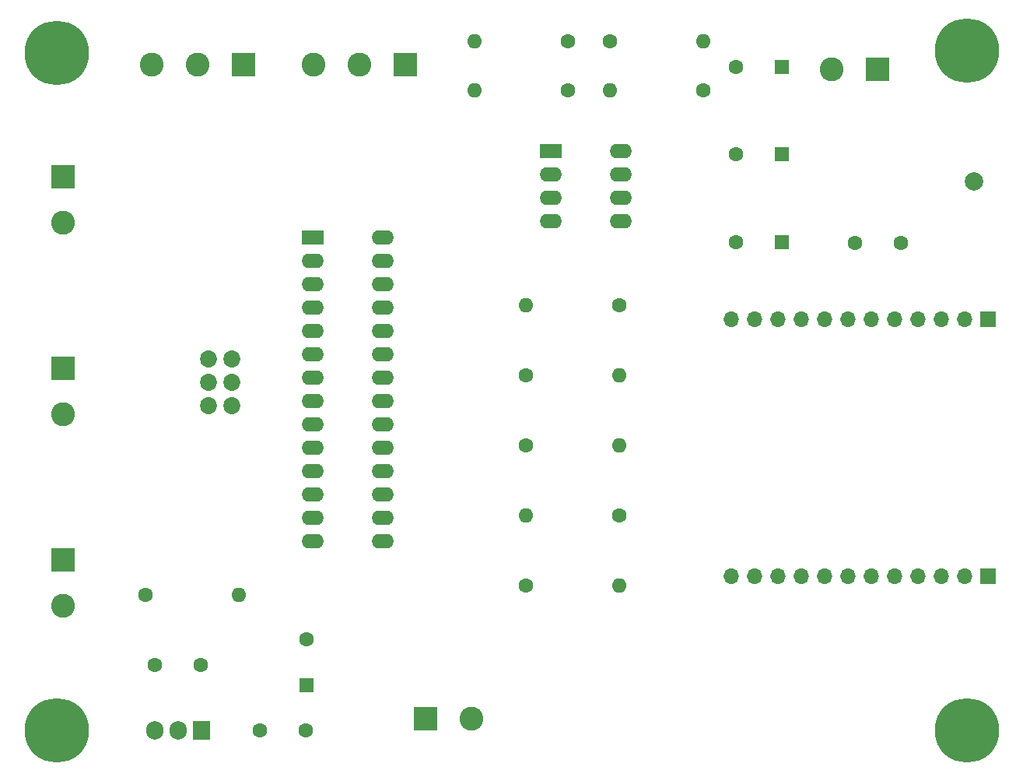
<source format=gbr>
%TF.GenerationSoftware,KiCad,Pcbnew,8.0.5*%
%TF.CreationDate,2024-10-14T11:10:16-07:00*%
%TF.ProjectId,Atmega_BM83,41746d65-6761-45f4-924d-38332e6b6963,rev?*%
%TF.SameCoordinates,Original*%
%TF.FileFunction,Soldermask,Top*%
%TF.FilePolarity,Negative*%
%FSLAX46Y46*%
G04 Gerber Fmt 4.6, Leading zero omitted, Abs format (unit mm)*
G04 Created by KiCad (PCBNEW 8.0.5) date 2024-10-14 11:10:16*
%MOMM*%
%LPD*%
G01*
G04 APERTURE LIST*
%ADD10C,1.600000*%
%ADD11C,7.000000*%
%ADD12R,2.600000X2.600000*%
%ADD13C,2.600000*%
%ADD14R,1.600000X1.600000*%
%ADD15O,1.600000X1.600000*%
%ADD16R,1.700000X1.700000*%
%ADD17O,1.700000X1.700000*%
%ADD18R,2.400000X1.600000*%
%ADD19O,2.400000X1.600000*%
%ADD20C,1.854000*%
%ADD21C,2.000000*%
%ADD22R,1.905000X2.000000*%
%ADD23O,1.905000X2.000000*%
G04 APERTURE END LIST*
D10*
%TO.C,C7*%
X145300000Y-91800000D03*
X150300000Y-91800000D03*
%TD*%
D11*
%TO.C,H2*%
X157480000Y-70866000D03*
%TD*%
D12*
%TO.C,J3*%
X96360000Y-72390000D03*
D13*
X91360000Y-72390000D03*
X86360000Y-72390000D03*
%TD*%
D12*
%TO.C,J1*%
X98592000Y-143561000D03*
D13*
X103592000Y-143561000D03*
%TD*%
D14*
%TO.C,C3*%
X137334000Y-72644000D03*
D10*
X132334000Y-72644000D03*
%TD*%
%TO.C,R9*%
X119634000Y-121412000D03*
D15*
X109474000Y-121412000D03*
%TD*%
D14*
%TO.C,C1*%
X137334000Y-91694000D03*
D10*
X132334000Y-91694000D03*
%TD*%
%TO.C,R2*%
X114046000Y-75184000D03*
D15*
X103886000Y-75184000D03*
%TD*%
D16*
%TO.C,J8*%
X159771000Y-100076000D03*
D17*
X157231000Y-100076000D03*
X154691000Y-100076000D03*
X152151000Y-100076000D03*
X149611000Y-100076000D03*
X147071000Y-100076000D03*
X144531000Y-100076000D03*
X141991000Y-100076000D03*
X139451000Y-100076000D03*
X136911000Y-100076000D03*
X134371000Y-100076000D03*
X131831000Y-100076000D03*
%TD*%
D12*
%TO.C,J7*%
X59131000Y-105450000D03*
D13*
X59131000Y-110450000D03*
%TD*%
D12*
%TO.C,J2*%
X147788000Y-72898000D03*
D13*
X142788000Y-72898000D03*
%TD*%
D14*
%TO.C,C2*%
X137334000Y-82169000D03*
D10*
X132334000Y-82169000D03*
%TD*%
D11*
%TO.C,H1*%
X157480000Y-144780000D03*
%TD*%
%TO.C,H4*%
X58420000Y-144780000D03*
%TD*%
D12*
%TO.C,J5*%
X59131000Y-84622000D03*
D13*
X59131000Y-89622000D03*
%TD*%
D18*
%TO.C,U4*%
X112253000Y-81798000D03*
D19*
X112253000Y-84338000D03*
X112253000Y-86878000D03*
X112253000Y-89418000D03*
X119873000Y-89418000D03*
X119873000Y-86878000D03*
X119873000Y-84338000D03*
X119873000Y-81798000D03*
%TD*%
D20*
%TO.C,J10*%
X74930000Y-104394000D03*
X77470000Y-104394000D03*
X74930000Y-106934000D03*
X77470000Y-106934000D03*
X74930000Y-109474000D03*
X77470000Y-109474000D03*
%TD*%
D14*
%TO.C,C4*%
X85598000Y-139914000D03*
D10*
X85598000Y-134914000D03*
%TD*%
%TO.C,R10*%
X109474000Y-129032000D03*
D15*
X119634000Y-129032000D03*
%TD*%
D10*
%TO.C,R1*%
X128778000Y-75184000D03*
D15*
X118618000Y-75184000D03*
%TD*%
D10*
%TO.C,R7*%
X119634000Y-98552000D03*
D15*
X109474000Y-98552000D03*
%TD*%
D18*
%TO.C,U3*%
X86345000Y-91196000D03*
D19*
X86345000Y-93736000D03*
X86345000Y-96276000D03*
X86345000Y-98816000D03*
X86345000Y-101356000D03*
X86345000Y-103896000D03*
X86345000Y-106436000D03*
X86345000Y-108976000D03*
X86345000Y-111516000D03*
X86345000Y-114056000D03*
X86345000Y-116596000D03*
X86345000Y-119136000D03*
X86345000Y-121676000D03*
X86345000Y-124216000D03*
X93965000Y-124216000D03*
X93965000Y-121676000D03*
X93965000Y-119136000D03*
X93965000Y-116596000D03*
X93965000Y-114056000D03*
X93965000Y-111516000D03*
X93965000Y-108976000D03*
X93965000Y-106436000D03*
X93965000Y-103896000D03*
X93965000Y-101356000D03*
X93965000Y-98816000D03*
X93965000Y-96276000D03*
X93965000Y-93736000D03*
X93965000Y-91196000D03*
%TD*%
D10*
%TO.C,R4*%
X118618000Y-69850000D03*
D15*
X128778000Y-69850000D03*
%TD*%
D10*
%TO.C,C5*%
X80558000Y-144780000D03*
X85558000Y-144780000D03*
%TD*%
%TO.C,R8*%
X109474000Y-113792000D03*
D15*
X119634000Y-113792000D03*
%TD*%
D11*
%TO.C,H3*%
X58420000Y-71120000D03*
%TD*%
D16*
%TO.C,J9*%
X159771000Y-128016000D03*
D17*
X157231000Y-128016000D03*
X154691000Y-128016000D03*
X152151000Y-128016000D03*
X149611000Y-128016000D03*
X147071000Y-128016000D03*
X144531000Y-128016000D03*
X141991000Y-128016000D03*
X139451000Y-128016000D03*
X136911000Y-128016000D03*
X134371000Y-128016000D03*
X131831000Y-128016000D03*
%TD*%
D12*
%TO.C,J6*%
X59131000Y-126278000D03*
D13*
X59131000Y-131278000D03*
%TD*%
D10*
%TO.C,R11*%
X68072000Y-130048000D03*
D15*
X78232000Y-130048000D03*
%TD*%
D12*
%TO.C,J4*%
X78740000Y-72390000D03*
D13*
X73740000Y-72390000D03*
X68740000Y-72390000D03*
%TD*%
D21*
%TO.C,TP1*%
X158242000Y-85090000D03*
%TD*%
D22*
%TO.C,U2*%
X74168000Y-144780000D03*
D23*
X71628000Y-144780000D03*
X69088000Y-144780000D03*
%TD*%
D10*
%TO.C,C6*%
X69128000Y-137668000D03*
X74128000Y-137668000D03*
%TD*%
%TO.C,R3*%
X114046000Y-69850000D03*
D15*
X103886000Y-69850000D03*
%TD*%
D10*
%TO.C,R6*%
X109474000Y-106172000D03*
D15*
X119634000Y-106172000D03*
%TD*%
M02*

</source>
